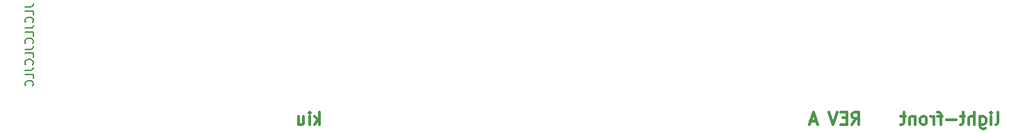
<source format=gbr>
G04 #@! TF.GenerationSoftware,KiCad,Pcbnew,(5.1.6)-1*
G04 #@! TF.CreationDate,2020-10-30T20:30:39+01:00*
G04 #@! TF.ProjectId,light-front,6c696768-742d-4667-926f-6e742e6b6963,rev?*
G04 #@! TF.SameCoordinates,Original*
G04 #@! TF.FileFunction,Legend,Bot*
G04 #@! TF.FilePolarity,Positive*
%FSLAX46Y46*%
G04 Gerber Fmt 4.6, Leading zero omitted, Abs format (unit mm)*
G04 Created by KiCad (PCBNEW (5.1.6)-1) date 2020-10-30 20:30:39*
%MOMM*%
%LPD*%
G01*
G04 APERTURE LIST*
%ADD10C,0.150000*%
%ADD11C,0.300000*%
G04 APERTURE END LIST*
D10*
X61452380Y-86380952D02*
X62166666Y-86380952D01*
X62309523Y-86333333D01*
X62404761Y-86238095D01*
X62452380Y-86095238D01*
X62452380Y-86000000D01*
X62452380Y-87333333D02*
X62452380Y-86857142D01*
X61452380Y-86857142D01*
X62357142Y-88238095D02*
X62404761Y-88190476D01*
X62452380Y-88047619D01*
X62452380Y-87952380D01*
X62404761Y-87809523D01*
X62309523Y-87714285D01*
X62214285Y-87666666D01*
X62023809Y-87619047D01*
X61880952Y-87619047D01*
X61690476Y-87666666D01*
X61595238Y-87714285D01*
X61500000Y-87809523D01*
X61452380Y-87952380D01*
X61452380Y-88047619D01*
X61500000Y-88190476D01*
X61547619Y-88238095D01*
X61452380Y-88952380D02*
X62166666Y-88952380D01*
X62309523Y-88904761D01*
X62404761Y-88809523D01*
X62452380Y-88666666D01*
X62452380Y-88571428D01*
X62452380Y-89904761D02*
X62452380Y-89428571D01*
X61452380Y-89428571D01*
X62357142Y-90809523D02*
X62404761Y-90761904D01*
X62452380Y-90619047D01*
X62452380Y-90523809D01*
X62404761Y-90380952D01*
X62309523Y-90285714D01*
X62214285Y-90238095D01*
X62023809Y-90190476D01*
X61880952Y-90190476D01*
X61690476Y-90238095D01*
X61595238Y-90285714D01*
X61500000Y-90380952D01*
X61452380Y-90523809D01*
X61452380Y-90619047D01*
X61500000Y-90761904D01*
X61547619Y-90809523D01*
X61452380Y-91523809D02*
X62166666Y-91523809D01*
X62309523Y-91476190D01*
X62404761Y-91380952D01*
X62452380Y-91238095D01*
X62452380Y-91142857D01*
X62452380Y-92476190D02*
X62452380Y-92000000D01*
X61452380Y-92000000D01*
X62357142Y-93380952D02*
X62404761Y-93333333D01*
X62452380Y-93190476D01*
X62452380Y-93095238D01*
X62404761Y-92952380D01*
X62309523Y-92857142D01*
X62214285Y-92809523D01*
X62023809Y-92761904D01*
X61880952Y-92761904D01*
X61690476Y-92809523D01*
X61595238Y-92857142D01*
X61500000Y-92952380D01*
X61452380Y-93095238D01*
X61452380Y-93190476D01*
X61500000Y-93333333D01*
X61547619Y-93380952D01*
X61452380Y-94095238D02*
X62166666Y-94095238D01*
X62309523Y-94047619D01*
X62404761Y-93952380D01*
X62452380Y-93809523D01*
X62452380Y-93714285D01*
X62452380Y-95047619D02*
X62452380Y-94571428D01*
X61452380Y-94571428D01*
X62357142Y-95952380D02*
X62404761Y-95904761D01*
X62452380Y-95761904D01*
X62452380Y-95666666D01*
X62404761Y-95523809D01*
X62309523Y-95428571D01*
X62214285Y-95380952D01*
X62023809Y-95333333D01*
X61880952Y-95333333D01*
X61690476Y-95380952D01*
X61595238Y-95428571D01*
X61500000Y-95523809D01*
X61452380Y-95666666D01*
X61452380Y-95761904D01*
X61500000Y-95904761D01*
X61547619Y-95952380D01*
D11*
X97285714Y-100678571D02*
X97285714Y-99178571D01*
X97142857Y-100107142D02*
X96714285Y-100678571D01*
X96714285Y-99678571D02*
X97285714Y-100250000D01*
X96071428Y-100678571D02*
X96071428Y-99678571D01*
X96071428Y-99178571D02*
X96142857Y-99250000D01*
X96071428Y-99321428D01*
X96000000Y-99250000D01*
X96071428Y-99178571D01*
X96071428Y-99321428D01*
X94714285Y-99678571D02*
X94714285Y-100678571D01*
X95357142Y-99678571D02*
X95357142Y-100464285D01*
X95285714Y-100607142D01*
X95142857Y-100678571D01*
X94928571Y-100678571D01*
X94785714Y-100607142D01*
X94714285Y-100535714D01*
X162071428Y-100678571D02*
X162571428Y-99964285D01*
X162928571Y-100678571D02*
X162928571Y-99178571D01*
X162357142Y-99178571D01*
X162214285Y-99250000D01*
X162142857Y-99321428D01*
X162071428Y-99464285D01*
X162071428Y-99678571D01*
X162142857Y-99821428D01*
X162214285Y-99892857D01*
X162357142Y-99964285D01*
X162928571Y-99964285D01*
X161428571Y-99892857D02*
X160928571Y-99892857D01*
X160714285Y-100678571D02*
X161428571Y-100678571D01*
X161428571Y-99178571D01*
X160714285Y-99178571D01*
X160285714Y-99178571D02*
X159785714Y-100678571D01*
X159285714Y-99178571D01*
X157714285Y-100250000D02*
X157000000Y-100250000D01*
X157857142Y-100678571D02*
X157357142Y-99178571D01*
X156857142Y-100678571D01*
X179571428Y-100678571D02*
X179714285Y-100607142D01*
X179785714Y-100464285D01*
X179785714Y-99178571D01*
X179000000Y-100678571D02*
X179000000Y-99678571D01*
X179000000Y-99178571D02*
X179071428Y-99250000D01*
X179000000Y-99321428D01*
X178928571Y-99250000D01*
X179000000Y-99178571D01*
X179000000Y-99321428D01*
X177642857Y-99678571D02*
X177642857Y-100892857D01*
X177714285Y-101035714D01*
X177785714Y-101107142D01*
X177928571Y-101178571D01*
X178142857Y-101178571D01*
X178285714Y-101107142D01*
X177642857Y-100607142D02*
X177785714Y-100678571D01*
X178071428Y-100678571D01*
X178214285Y-100607142D01*
X178285714Y-100535714D01*
X178357142Y-100392857D01*
X178357142Y-99964285D01*
X178285714Y-99821428D01*
X178214285Y-99750000D01*
X178071428Y-99678571D01*
X177785714Y-99678571D01*
X177642857Y-99750000D01*
X176928571Y-100678571D02*
X176928571Y-99178571D01*
X176285714Y-100678571D02*
X176285714Y-99892857D01*
X176357142Y-99750000D01*
X176500000Y-99678571D01*
X176714285Y-99678571D01*
X176857142Y-99750000D01*
X176928571Y-99821428D01*
X175785714Y-99678571D02*
X175214285Y-99678571D01*
X175571428Y-99178571D02*
X175571428Y-100464285D01*
X175500000Y-100607142D01*
X175357142Y-100678571D01*
X175214285Y-100678571D01*
X174714285Y-100107142D02*
X173571428Y-100107142D01*
X173071428Y-99678571D02*
X172500000Y-99678571D01*
X172857142Y-100678571D02*
X172857142Y-99392857D01*
X172785714Y-99250000D01*
X172642857Y-99178571D01*
X172500000Y-99178571D01*
X172000000Y-100678571D02*
X172000000Y-99678571D01*
X172000000Y-99964285D02*
X171928571Y-99821428D01*
X171857142Y-99750000D01*
X171714285Y-99678571D01*
X171571428Y-99678571D01*
X170857142Y-100678571D02*
X171000000Y-100607142D01*
X171071428Y-100535714D01*
X171142857Y-100392857D01*
X171142857Y-99964285D01*
X171071428Y-99821428D01*
X171000000Y-99750000D01*
X170857142Y-99678571D01*
X170642857Y-99678571D01*
X170500000Y-99750000D01*
X170428571Y-99821428D01*
X170357142Y-99964285D01*
X170357142Y-100392857D01*
X170428571Y-100535714D01*
X170500000Y-100607142D01*
X170642857Y-100678571D01*
X170857142Y-100678571D01*
X169714285Y-99678571D02*
X169714285Y-100678571D01*
X169714285Y-99821428D02*
X169642857Y-99750000D01*
X169500000Y-99678571D01*
X169285714Y-99678571D01*
X169142857Y-99750000D01*
X169071428Y-99892857D01*
X169071428Y-100678571D01*
X168571428Y-99678571D02*
X168000000Y-99678571D01*
X168357142Y-99178571D02*
X168357142Y-100464285D01*
X168285714Y-100607142D01*
X168142857Y-100678571D01*
X168000000Y-100678571D01*
M02*

</source>
